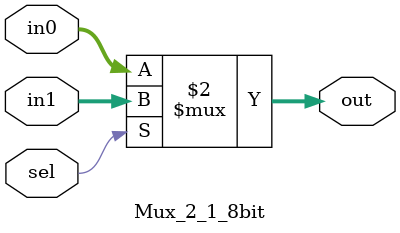
<source format=v>
`timescale 1ns / 1ps

module Mux_2_1_8bit(out, in0, in1, sel);
    parameter size = 8;
    
    input sel;
    input [size-1:0] in0, in1;
    output [size-1:0] out;

    assign out = (sel == 1'b0) ? in0 : in1;
endmodule

</source>
